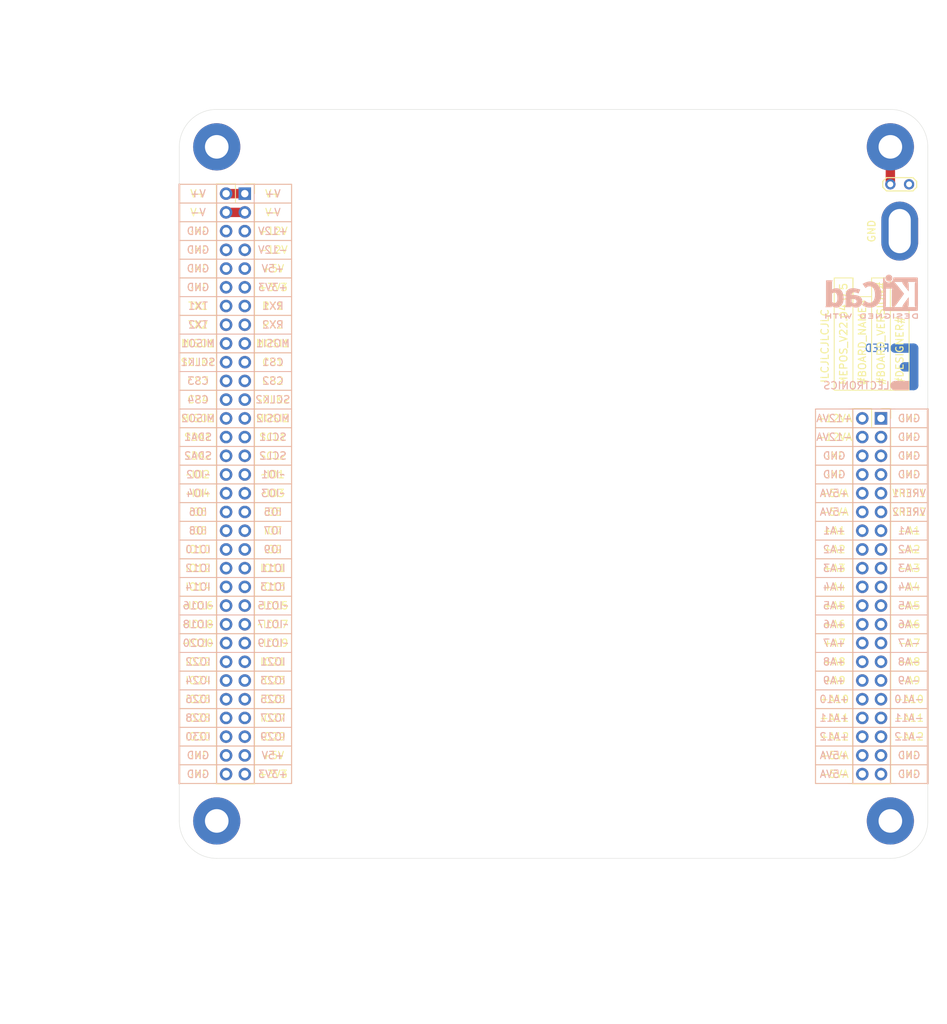
<source format=kicad_pcb>
(kicad_pcb (version 20211014) (generator pcbnew)
  (title_block (title "MEPOS Template") (date "2022-05-15") (rev "V22.04.0.5"))
  (layers (0 "F.Cu" signal) (1 "In1.Cu" power "GND1.Cu") (2 "In2.Cu" power "GND2.Cu") (31 "B.Cu" signal) (34 "B.Paste" user) (35 "F.Paste" user) (36 "B.SilkS" user "B.Silkscreen") (37 "F.SilkS" user "F.Silkscreen") (38 "B.Mask" user) (39 "F.Mask" user) (44 "Edge.Cuts" user))
  (net 0 "")
  (net 1 "GND")
  (net 2 "Net-(H204-Pad1)")
  (net 3 "GNDA")
  (net 4 "+3V3")
  (net 5 "+5V")
  (net 6 "GPIO30")
  (net 7 "GPIO29")
  (net 8 "GPIO28")
  (net 9 "GPIO27")
  (net 10 "GPIO26")
  (net 11 "GPIO25")
  (net 12 "GPIO24")
  (net 13 "GPIO23")
  (net 14 "GPIO22")
  (net 15 "GPIO21")
  (net 16 "GPIO20")
  (net 17 "GPIO19")
  (net 18 "GPIO18")
  (net 19 "GPIO17")
  (net 20 "GPIO16")
  (net 21 "GPIO15")
  (net 22 "GPIO14")
  (net 23 "GPIO13")
  (net 24 "GPIO12")
  (net 25 "GPIO11")
  (net 26 "GPIO10")
  (net 27 "GPIO9")
  (net 28 "GPIO8")
  (net 29 "GPIO7")
  (net 30 "GPIO6")
  (net 31 "GPIO5")
  (net 32 "GPIO4")
  (net 33 "GPIO3")
  (net 34 "GPIO2")
  (net 35 "GPIO1")
  (net 36 "SDA2")
  (net 37 "SCL2")
  (net 38 "SDA1")
  (net 39 "SCL1")
  (net 40 "MISO2")
  (net 41 "MOSI2")
  (net 42 "CS4")
  (net 43 "SCLK2")
  (net 44 "CS3")
  (net 45 "CS2")
  (net 46 "SCLK1")
  (net 47 "CS1")
  (net 48 "MISO1")
  (net 49 "MOSI1")
  (net 50 "TX1")
  (net 51 "RX1")
  (net 52 "-12V")
  (net 53 "+12V")
  (net 54 "V-")
  (net 55 "V+")
  (net 56 "-5VA")
  (net 57 "+5VA")
  (net 58 "+A12")
  (net 59 "-A12")
  (net 60 "+A11")
  (net 61 "-A11")
  (net 62 "+A10")
  (net 63 "-A10")
  (net 64 "+A9")
  (net 65 "-A9")
  (net 66 "+A8")
  (net 67 "-A8")
  (net 68 "+A7")
  (net 69 "-A7")
  (net 70 "+A6")
  (net 71 "-A6")
  (net 72 "+A5")
  (net 73 "-A5")
  (net 74 "+A4")
  (net 75 "-A4")
  (net 76 "+A3")
  (net 77 "-A3")
  (net 78 "+A2")
  (net 79 "-A2")
  (net 80 "+A1")
  (net 81 "-A1")
  (net 82 "VREF2")
  (net 83 "VREF1")
  (net 84 "-3V3A")
  (net 85 "+3V3A")
  (net 86 "-12VA")
  (net 87 "+12VA")
  (net 88 "TX2")
  (net 89 "RX2")
  (footprint "MEP_TEMPLATE:Scope_GND" (layer "F.Cu") (at 191.91 50.47 90)
    (fp_text reference "GND201")
    (fp_text value "Scope GND")
    (pad "1" thru_hole oval locked (at 0 0 90) (size 8 5) (drill oval 6 3) (layers *.Cu *.Mask) (net 1 "GND"))
  )
  (footprint "MountingHole:MountingHole_3.2mm_M3_Pad" (layer "F.Cu") (at 99.2 39.04)
    (fp_text reference "H201")
    (fp_text value "M3 Mount")
    (pad "1" thru_hole circle locked (at 0 0) (size 6.4 6.4) (drill 3.2) (layers *.Cu *.Mask))
  )
  (footprint "MountingHole:MountingHole_3.2mm_M3_Pad" (layer "F.Cu") (at 99.2 130.48)
    (fp_text reference "H202")
    (fp_text value "M3 Mount")
    (pad "1" thru_hole circle locked (at 0 0) (size 6.4 6.4) (drill 3.2) (layers *.Cu *.Mask))
  )
  (footprint "MountingHole:MountingHole_3.2mm_M3_Pad" (layer "F.Cu") (at 190.64 130.48)
    (fp_text reference "H203")
    (fp_text value "M3 Mount")
    (pad "1" thru_hole circle locked (at 0 0) (size 6.4 6.4) (drill 3.2) (layers *.Cu *.Mask))
  )
  (footprint "MountingHole:MountingHole_3.2mm_M3_Pad" (layer "F.Cu") (at 190.64 39.04)
    (fp_text reference "H204")
    (fp_text value "M3 Mount")
    (pad "1" thru_hole circle locked (at 0 0) (size 6.4 6.4) (drill 3.2) (layers *.Cu *.Mask) (net 2 "Net-(H204-Pad1)"))
  )
  (footprint "TestPoint:TestPoint_2Pads_Pitch2.54mm_Drill0.8mm" (layer "F.Cu") (at 190.64 44.12)
    (fp_text reference "JP201")
    (fp_text value "GND Jumper")
    (pad "1" thru_hole circle locked (at 0 0) (size 1.4 1.4) (drill 0.8) (layers *.Cu *.Mask) (net 2 "Net-(H204-Pad1)"))
    (pad "2" thru_hole circle locked (at 2.54 0) (size 1.4 1.4) (drill 0.8) (layers *.Cu *.Mask) (net 1 "GND"))
  )
  (footprint "Connector_PinSocket_2.54mm:PinSocket_2x32_P2.54mm_Vertical" (layer "F.Cu") (at 103.01 45.39)
    (fp_text reference "J201")
    (fp_text value "Conn_02x32_Odd_Even")
    (pad "1" thru_hole rect locked (at 0 0) (size 1.7 1.7) (drill 1) (layers *.Cu *.Mask) (net 55 "V+"))
    (pad "2" thru_hole oval locked (at -2.54 0) (size 1.7 1.7) (drill 1) (layers *.Cu *.Mask) (net 55 "V+"))
    (pad "3" thru_hole oval locked (at 0 2.54) (size 1.7 1.7) (drill 1) (layers *.Cu *.Mask) (net 54 "V-"))
    (pad "4" thru_hole oval locked (at -2.54 2.54) (size 1.7 1.7) (drill 1) (layers *.Cu *.Mask) (net 54 "V-"))
    (pad "5" thru_hole oval locked (at 0 5.08) (size 1.7 1.7) (drill 1) (layers *.Cu *.Mask) (net 53 "+12V"))
    (pad "6" thru_hole oval locked (at -2.54 5.08) (size 1.7 1.7) (drill 1) (layers *.Cu *.Mask) (net 1 "GND"))
    (pad "7" thru_hole oval locked (at 0 7.62) (size 1.7 1.7) (drill 1) (layers *.Cu *.Mask) (net 52 "-12V"))
    (pad "8" thru_hole oval locked (at -2.54 7.62) (size 1.7 1.7) (drill 1) (layers *.Cu *.Mask) (net 1 "GND"))
    (pad "9" thru_hole oval locked (at 0 10.16) (size 1.7 1.7) (drill 1) (layers *.Cu *.Mask) (net 5 "+5V"))
    (pad "10" thru_hole oval locked (at -2.54 10.16) (size 1.7 1.7) (drill 1) (layers *.Cu *.Mask) (net 1 "GND"))
    (pad "11" thru_hole oval locked (at 0 12.7) (size 1.7 1.7) (drill 1) (layers *.Cu *.Mask) (net 4 "+3V3"))
    (pad "12" thru_hole oval locked (at -2.54 12.7) (size 1.7 1.7) (drill 1) (layers *.Cu *.Mask) (net 1 "GND"))
    (pad "13" thru_hole oval locked (at 0 15.24) (size 1.7 1.7) (drill 1) (layers *.Cu *.Mask) (net 51 "RX1"))
    (pad "14" thru_hole oval locked (at -2.54 15.24) (size 1.7 1.7) (drill 1) (layers *.Cu *.Mask) (net 50 "TX1"))
    (pad "15" thru_hole oval locked (at 0 17.78) (size 1.7 1.7) (drill 1) (layers *.Cu *.Mask) (net 89 "RX2"))
    (pad "16" thru_hole oval locked (at -2.54 17.78) (size 1.7 1.7) (drill 1) (layers *.Cu *.Mask) (net 88 "TX2"))
    (pad "17" thru_hole oval locked (at 0 20.32) (size 1.7 1.7) (drill 1) (layers *.Cu *.Mask) (net 49 "MOSI1"))
    (pad "18" thru_hole oval locked (at -2.54 20.32) (size 1.7 1.7) (drill 1) (layers *.Cu *.Mask) (net 48 "MISO1"))
    (pad "19" thru_hole oval locked (at 0 22.86) (size 1.7 1.7) (drill 1) (layers *.Cu *.Mask) (net 47 "CS1"))
    (pad "20" thru_hole oval locked (at -2.54 22.86) (size 1.7 1.7) (drill 1) (layers *.Cu *.Mask) (net 46 "SCLK1"))
    (pad "21" thru_hole oval locked (at 0 25.4) (size 1.7 1.7) (drill 1) (layers *.Cu *.Mask) (net 45 "CS2"))
    (pad "22" thru_hole oval locked (at -2.54 25.4) (size 1.7 1.7) (drill 1) (layers *.Cu *.Mask) (net 44 "CS3"))
    (pad "23" thru_hole oval locked (at 0 27.94) (size 1.7 1.7) (drill 1) (layers *.Cu *.Mask) (net 43 "SCLK2"))
    (pad "24" thru_hole oval locked (at -2.54 27.94) (size 1.7 1.7) (drill 1) (layers *.Cu *.Mask) (net 42 "CS4"))
    (pad "25" thru_hole oval locked (at 0 30.48) (size 1.7 1.7) (drill 1) (layers *.Cu *.Mask) (net 41 "MOSI2"))
    (pad "26" thru_hole oval locked (at -2.54 30.48) (size 1.7 1.7) (drill 1) (layers *.Cu *.Mask) (net 40 "MISO2"))
    (pad "27" thru_hole oval locked (at 0 33.02) (size 1.7 1.7) (drill 1) (layers *.Cu *.Mask) (net 39 "SCL1"))
    (pad "28" thru_hole oval locked (at -2.54 33.02) (size 1.7 1.7) (drill 1) (layers *.Cu *.Mask) (net 38 "SDA1"))
    (pad "29" thru_hole oval locked (at 0 35.56) (size 1.7 1.7) (drill 1) (layers *.Cu *.Mask) (net 37 "SCL2"))
    (pad "30" thru_hole oval locked (at -2.54 35.56) (size 1.7 1.7) (drill 1) (layers *.Cu *.Mask) (net 36 "SDA2"))
    (pad "31" thru_hole oval locked (at 0 38.1) (size 1.7 1.7) (drill 1) (layers *.Cu *.Mask) (net 35 "GPIO1"))
    (pad "32" thru_hole oval locked (at -2.54 38.1) (size 1.7 1.7) (drill 1) (layers *.Cu *.Mask) (net 34 "GPIO2"))
    (pad "33" thru_hole oval locked (at 0 40.64) (size 1.7 1.7) (drill 1) (layers *.Cu *.Mask) (net 33 "GPIO3"))
    (pad "34" thru_hole oval locked (at -2.54 40.64) (size 1.7 1.7) (drill 1) (layers *.Cu *.Mask) (net 32 "GPIO4"))
    (pad "35" thru_hole oval locked (at 0 43.18) (size 1.7 1.7) (drill 1) (layers *.Cu *.Mask) (net 31 "GPIO5"))
    (pad "36" thru_hole oval locked (at -2.54 43.18) (size 1.7 1.7) (drill 1) (layers *.Cu *.Mask) (net 30 "GPIO6"))
    (pad "37" thru_hole oval locked (at 0 45.72) (size 1.7 1.7) (drill 1) (layers *.Cu *.Mask) (net 29 "GPIO7"))
    (pad "38" thru_hole oval locked (at -2.54 45.72) (size 1.7 1.7) (drill 1) (layers *.Cu *.Mask) (net 28 "GPIO8"))
    (pad "39" thru_hole oval locked (at 0 48.26) (size 1.7 1.7) (drill 1) (layers *.Cu *.Mask) (net 27 "GPIO9"))
    (pad "40" thru_hole oval locked (at -2.54 48.26) (size 1.7 1.7) (drill 1) (layers *.Cu *.Mask) (net 26 "GPIO10"))
    (pad "41" thru_hole oval locked (at 0 50.8) (size 1.7 1.7) (drill 1) (layers *.Cu *.Mask) (net 25 "GPIO11"))
    (pad "42" thru_hole oval locked (at -2.54 50.8) (size 1.7 1.7) (drill 1) (layers *.Cu *.Mask) (net 24 "GPIO12"))
    (pad "43" thru_hole oval locked (at 0 53.34) (size 1.7 1.7) (drill 1) (layers *.Cu *.Mask) (net 23 "GPIO13"))
    (pad "44" thru_hole oval locked (at -2.54 53.34) (size 1.7 1.7) (drill 1) (layers *.Cu *.Mask) (net 22 "GPIO14"))
    (pad "45" thru_hole oval locked (at 0 55.88) (size 1.7 1.7) (drill 1) (layers *.Cu *.Mask) (net 21 "GPIO15"))
    (pad "46" thru_hole oval locked (at -2.54 55.88) (size 1.7 1.7) (drill 1) (layers *.Cu *.Mask) (net 20 "GPIO16"))
    (pad "47" thru_hole oval locked (at 0 58.42) (size 1.7 1.7) (drill 1) (layers *.Cu *.Mask) (net 19 "GPIO17"))
    (pad "48" thru_hole oval locked (at -2.54 58.42) (size 1.7 1.7) (drill 1) (layers *.Cu *.Mask) (net 18 "GPIO18"))
    (pad "49" thru_hole oval locked (at 0 60.96) (size 1.7 1.7) (drill 1) (layers *.Cu *.Mask) (net 17 "GPIO19"))
    (pad "50" thru_hole oval locked (at -2.54 60.96) (size 1.7 1.7) (drill 1) (layers *.Cu *.Mask) (net 16 "GPIO20"))
    (pad "51" thru_hole oval locked (at 0 63.5) (size 1.7 1.7) (drill 1) (layers *.Cu *.Mask) (net 15 "GPIO21"))
    (pad "52" thru_hole oval locked (at -2.54 63.5) (size 1.7 1.7) (drill 1) (layers *.Cu *.Mask) (net 14 "GPIO22"))
    (pad "53" thru_hole oval locked (at 0 66.04) (size 1.7 1.7) (drill 1) (layers *.Cu *.Mask) (net 13 "GPIO23"))
    (pad "54" thru_hole oval locked (at -2.54 66.04) (size 1.7 1.7) (drill 1) (layers *.Cu *.Mask) (net 12 "GPIO24"))
    (pad "55" thru_hole oval locked (at 0 68.58) (size 1.7 1.7) (drill 1) (layers *.Cu *.Mask) (net 11 "GPIO25"))
    (pad "56" thru_hole oval locked (at -2.54 68.58) (size 1.7 1.7) (drill 1) (layers *.Cu *.Mask) (net 10 "GPIO26"))
    (pad "57" thru_hole oval locked (at 0 71.12) (size 1.7 1.7) (drill 1) (layers *.Cu *.Mask) (net 9 "GPIO27"))
    (pad "58" thru_hole oval locked (at -2.54 71.12) (size 1.7 1.7) (drill 1) (layers *.Cu *.Mask) (net 8 "GPIO28"))
    (pad "59" thru_hole oval locked (at 0 73.66) (size 1.7 1.7) (drill 1) (layers *.Cu *.Mask) (net 7 "GPIO29"))
    (pad "60" thru_hole oval locked (at -2.54 73.66) (size 1.7 1.7) (drill 1) (layers *.Cu *.Mask) (net 6 "GPIO30"))
    (pad "61" thru_hole oval locked (at 0 76.2) (size 1.7 1.7) (drill 1) (layers *.Cu *.Mask) (net 5 "+5V"))
    (pad "62" thru_hole oval locked (at -2.54 76.2) (size 1.7 1.7) (drill 1) (layers *.Cu *.Mask) (net 1 "GND"))
    (pad "63" thru_hole oval locked (at 0 78.74) (size 1.7 1.7) (drill 1) (layers *.Cu *.Mask) (net 4 "+3V3"))
    (pad "64" thru_hole oval locked (at -2.54 78.74) (size 1.7 1.7) (drill 1) (layers *.Cu *.Mask) (net 1 "GND"))
  )
  (footprint "Connector_PinSocket_2.54mm:PinSocket_2x20_P2.54mm_Vertical" (layer "F.Cu") (at 189.37 75.87)
    (fp_text reference "J202")
    (fp_text value "Conn_02x20_Odd_Even")
    (pad "1" thru_hole rect locked (at 0 0) (size 1.7 1.7) (drill 1) (layers *.Cu *.Mask) (net 1 "GND"))
    (pad "2" thru_hole oval locked (at -2.54 0) (size 1.7 1.7) (drill 1) (layers *.Cu *.Mask) (net 87 "+12VA"))
    (pad "3" thru_hole oval locked (at 0 2.54) (size 1.7 1.7) (drill 1) (layers *.Cu *.Mask) (net 1 "GND"))
    (pad "4" thru_hole oval locked (at -2.54 2.54) (size 1.7 1.7) (drill 1) (layers *.Cu *.Mask) (net 86 "-12VA"))
    (pad "5" thru_hole oval locked (at 0 5.08) (size 1.7 1.7) (drill 1) (layers *.Cu *.Mask) (net 3 "GNDA"))
    (pad "6" thru_hole oval locked (at -2.54 5.08) (size 1.7 1.7) (drill 1) (layers *.Cu *.Mask) (net 85 "+3V3A"))
    (pad "7" thru_hole oval locked (at 0 7.62) (size 1.7 1.7) (drill 1) (layers *.Cu *.Mask) (net 3 "GNDA"))
    (pad "8" thru_hole oval locked (at -2.54 7.62) (size 1.7 1.7) (drill 1) (layers *.Cu *.Mask) (net 84 "-3V3A"))
    (pad "9" thru_hole oval locked (at 0 10.16) (size 1.7 1.7) (drill 1) (layers *.Cu *.Mask) (net 83 "VREF1"))
    (pad "10" thru_hole oval locked (at -2.54 10.16) (size 1.7 1.7) (drill 1) (layers *.Cu *.Mask) (net 57 "+5VA"))
    (pad "11" thru_hole oval locked (at 0 12.7) (size 1.7 1.7) (drill 1) (layers *.Cu *.Mask) (net 82 "VREF2"))
    (pad "12" thru_hole oval locked (at -2.54 12.7) (size 1.7 1.7) (drill 1) (layers *.Cu *.Mask) (net 56 "-5VA"))
    (pad "13" thru_hole oval locked (at 0 15.24) (size 1.7 1.7) (drill 1) (layers *.Cu *.Mask) (net 81 "-A1"))
    (pad "14" thru_hole oval locked (at -2.54 15.24) (size 1.7 1.7) (drill 1) (layers *.Cu *.Mask) (net 80 "+A1"))
    (pad "15" thru_hole oval locked (at 0 17.78) (size 1.7 1.7) (drill 1) (layers *.Cu *.Mask) (net 79 "-A2"))
    (pad "16" thru_hole oval locked (at -2.54 17.78) (size 1.7 1.7) (drill 1) (layers *.Cu *.Mask) (net 78 "+A2"))
    (pad "17" thru_hole oval locked (at 0 20.32) (size 1.7 1.7) (drill 1) (layers *.Cu *.Mask) (net 77 "-A3"))
    (pad "18" thru_hole oval locked (at -2.54 20.32) (size 1.7 1.7) (drill 1) (layers *.Cu *.Mask) (net 76 "+A3"))
    (pad "19" thru_hole oval locked (at 0 22.86) (size 1.7 1.7) (drill 1) (layers *.Cu *.Mask) (net 75 "-A4"))
    (pad "20" thru_hole oval locked (at -2.54 22.86) (size 1.7 1.7) (drill 1) (layers *.Cu *.Mask) (net 74 "+A4"))
    (pad "21" thru_hole oval locked (at 0 25.4) (size 1.7 1.7) (drill 1) (layers *.Cu *.Mask) (net 73 "-A5"))
    (pad "22" thru_hole oval locked (at -2.54 25.4) (size 1.7 1.7) (drill 1) (layers *.Cu *.Mask) (net 72 "+A5"))
    (pad "23" thru_hole oval locked (at 0 27.94) (size 1.7 1.7) (drill 1) (layers *.Cu *.Mask) (net 71 "-A6"))
    (pad "24" thru_hole oval locked (at -2.54 27.94) (size 1.7 1.7) (drill 1) (layers *.Cu *.Mask) (net 70 "+A6"))
    (pad "25" thru_hole oval locked (at 0 30.48) (size 1.7 1.7) (drill 1) (layers *.Cu *.Mask) (net 69 "-A7"))
    (pad "26" thru_hole oval locked (at -2.54 30.48) (size 1.7 1.7) (drill 1) (layers *.Cu *.Mask) (net 68 "+A7"))
    (pad "27" thru_hole oval locked (at 0 33.02) (size 1.7 1.7) (drill 1) (layers *.Cu *.Mask) (net 67 "-A8"))
    (pad "28" thru_hole oval locked (at -2.54 33.02) (size 1.7 1.7) (drill 1) (layers *.Cu *.Mask) (net 66 "+A8"))
    (pad "29" thru_hole oval locked (at 0 35.56) (size 1.7 1.7) (drill 1) (layers *.Cu *.Mask) (net 65 "-A9"))
    (pad "30" thru_hole oval locked (at -2.54 35.56) (size 1.7 1.7) (drill 1) (layers *.Cu *.Mask) (net 64 "+A9"))
    (pad "31" thru_hole oval locked (at 0 38.1) (size 1.7 1.7) (drill 1) (layers *.Cu *.Mask) (net 63 "-A10"))
    (pad "32" thru_hole oval locked (at -2.54 38.1) (size 1.7 1.7) (drill 1) (layers *.Cu *.Mask) (net 62 "+A10"))
    (pad "33" thru_hole oval locked (at 0 40.64) (size 1.7 1.7) (drill 1) (layers *.Cu *.Mask) (net 61 "-A11"))
    (pad "34" thru_hole oval locked (at -2.54 40.64) (size 1.7 1.7) (drill 1) (layers *.Cu *.Mask) (net 60 "+A11"))
    (pad "35" thru_hole oval locked (at 0 43.18) (size 1.7 1.7) (drill 1) (layers *.Cu *.Mask) (net 59 "-A12"))
    (pad "36" thru_hole oval locked (at -2.54 43.18) (size 1.7 1.7) (drill 1) (layers *.Cu *.Mask) (net 58 "+A12"))
    (pad "37" thru_hole oval locked (at 0 45.72) (size 1.7 1.7) (drill 1) (layers *.Cu *.Mask) (net 3 "GNDA"))
    (pad "38" thru_hole oval locked (at -2.54 45.72) (size 1.7 1.7) (drill 1) (layers *.Cu *.Mask) (net 57 "+5VA"))
    (pad "39" thru_hole oval locked (at 0 48.26) (size 1.7 1.7) (drill 1) (layers *.Cu *.Mask) (net 3 "GNDA"))
    (pad "40" thru_hole oval locked (at -2.54 48.26) (size 1.7 1.7) (drill 1) (layers *.Cu *.Mask) (net 56 "-5VA"))
  )
  (footprint "Symbol:KiCad-Logo2_5mm_SilkScreen" (layer "B.Cu") (at 188.1 59.36 180)
    (fp_text reference "KiCad_Logo" hide)
    (fp_text value "KiCad-Logo2_5mm_SilkScreen" hide)
  )
  (gr_poly locked (pts (xy 194.45 66.345) (xy 194.45 71.425) (xy 193.815 72.06) (xy 193.18 72.06) (xy 193.18 69.52) (xy 192.545 69.52) (xy 192.545 68.25) (xy 193.18 68.25) (xy 193.18 66.98) (xy 191.275 66.98) (xy 191.275 65.71) (xy 193.815 65.71)) (layer "B.Cu") (width 0.001) (fill solid))
  (gr_circle locked (center 193.815 71.425) (end 194.45 71.425) (layer "B.Cu") (width 0.001) (fill solid))
  (gr_circle locked (center 193.815 66.345) (end 194.45 66.345) (layer "B.Cu") (width 0.001) (fill solid))
  (gr_circle locked (center 192.545 68.885) (end 193.18 68.885) (layer "B.Cu") (width 0.001) (fill solid))
  (gr_circle locked (center 191.275 66.345) (end 191.91 66.345) (layer "B.Cu") (width 0.001) (fill solid))
  (gr_line locked (start 180.48 77.14) (end 195.72 77.14) (layer "B.SilkS") (width 0.12))
  (gr_line locked (start 195.72 84.76) (end 180.48 84.76) (layer "B.SilkS") (width 0.12))
  (gr_line locked (start 180.48 82.22) (end 195.72 82.22) (layer "B.SilkS") (width 0.12))
  (gr_line locked (start 180.48 89.84) (end 195.72 89.84) (layer "B.SilkS") (width 0.12))
  (gr_line locked (start 180.48 87.3) (end 195.72 87.3) (layer "B.SilkS") (width 0.12))
  (gr_line locked (start 195.72 110.16) (end 180.48 110.16) (layer "B.SilkS") (width 0.12))
  (gr_line locked (start 180.48 125.4) (end 195.72 125.4) (layer "B.SilkS") (width 0.12))
  (gr_line locked (start 191.275 74.6) (end 184.925 74.6) (layer "B.SilkS") (width 0.12))
  (gr_line locked (start 195.72 92.38) (end 180.48 92.38) (layer "B.SilkS") (width 0.12))
  (gr_line locked (start 195.72 79.68) (end 180.48 79.68) (layer "B.SilkS") (width 0.12))
  (gr_line locked (start 180.48 74.6) (end 180.48 125.4) (layer "B.SilkS") (width 0.12))
  (gr_line locked (start 180.48 115.24) (end 195.72 115.24) (layer "B.SilkS") (width 0.12))
  (gr_line locked (start 195.72 117.78) (end 180.48 117.78) (layer "B.SilkS") (width 0.12))
  (gr_line locked (start 180.48 107.62) (end 195.72 107.62) (layer "B.SilkS") (width 0.12))
  (gr_line locked (start 195.72 97.46) (end 180.48 97.46) (layer "B.SilkS") (width 0.12))
  (gr_line locked (start 180.48 100) (end 195.72 100) (layer "B.SilkS") (width 0.12))
  (gr_line locked (start 195.72 122.86) (end 180.48 122.86) (layer "B.SilkS") (width 0.12))
  (gr_line locked (start 180.48 120.32) (end 195.72 120.32) (layer "B.SilkS") (width 0.12))
  (gr_line locked (start 195.72 102.54) (end 180.48 102.54) (layer "B.SilkS") (width 0.12))
  (gr_line locked (start 195.72 112.7) (end 180.48 112.7) (layer "B.SilkS") (width 0.12))
  (gr_line locked (start 195.72 74.6) (end 180.48 74.6) (layer "B.SilkS") (width 0.12))
  (gr_line locked (start 195.72 125.4) (end 195.72 74.6) (layer "B.SilkS") (width 0.24))
  (gr_line locked (start 180.48 105.08) (end 195.72 105.08) (layer "B.SilkS") (width 0.12))
  (gr_line locked (start 180.48 94.92) (end 195.72 94.92) (layer "B.SilkS") (width 0.12))
  (gr_line locked (start 94.12 97.46) (end 109.36 97.46) (layer "B.SilkS") (width 0.12))
  (gr_line locked (start 94.12 105.08) (end 109.36 105.08) (layer "B.SilkS") (width 0.12))
  (gr_line locked (start 94.12 115.24) (end 109.36 115.24) (layer "B.SilkS") (width 0.12))
  (gr_line locked (start 94.12 49.2) (end 109.36 49.2) (layer "B.SilkS") (width 0.12))
  (gr_line locked (start 94.12 64.44) (end 109.36 64.44) (layer "B.SilkS") (width 0.12))
  (gr_line locked (start 109.36 72.06) (end 94.12 72.06) (layer "B.SilkS") (width 0.12))
  (gr_line locked (start 109.36 102.54) (end 94.12 102.54) (layer "B.SilkS") (width 0.12))
  (gr_line locked (start 94.12 87.3) (end 109.36 87.3) (layer "B.SilkS") (width 0.12))
  (gr_line locked (start 109.36 120.32) (end 94.12 120.32) (layer "B.SilkS") (width 0.12))
  (gr_line locked (start 94.12 82.22) (end 109.36 82.22) (layer "B.SilkS") (width 0.12))
  (gr_line locked (start 109.36 59.36) (end 94.12 59.36) (layer "B.SilkS") (width 0.12))
  (gr_line locked (start 109.36 44.12) (end 94.12 44.12) (layer "B.SilkS") (width 0.12))
  (gr_line locked (start 94.12 69.52) (end 109.36 69.52) (layer "B.SilkS") (width 0.12))
  (gr_line locked (start 109.36 94.92) (end 94.12 94.92) (layer "B.SilkS") (width 0.12))
  (gr_line locked (start 94.12 61.9) (end 109.36 61.9) (layer "B.SilkS") (width 0.12))
  (gr_line locked (start 109.36 107.62) (end 94.12 107.62) (layer "B.SilkS") (width 0.12))
  (gr_line locked (start 109.36 46.66) (end 94.12 46.66) (layer "B.SilkS") (width 0.12))
  (gr_line locked (start 94.12 110.16) (end 109.36 110.16) (layer "B.SilkS") (width 0.12))
  (gr_line locked (start 94.12 56.82) (end 109.36 56.82) (layer "B.SilkS") (width 0.12))
  (gr_line locked (start 94.12 79.68) (end 109.36 79.68) (layer "B.SilkS") (width 0.12))
  (gr_line locked (start 109.36 77.14) (end 94.12 77.14) (layer "B.SilkS") (width 0.12))
  (gr_line locked (start 94.12 74.6) (end 109.36 74.6) (layer "B.SilkS") (width 0.12))
  (gr_line locked (start 109.36 125.4) (end 94.12 125.4) (layer "B.SilkS") (width 0.12))
  (gr_line locked (start 94.12 92.38) (end 109.36 92.38) (layer "B.SilkS") (width 0.12))
  (gr_line locked (start 94.12 44.12) (end 94.12 125.4) (layer "B.SilkS") (width 0.24))
  (gr_line locked (start 94.12 100) (end 109.36 100) (layer "B.SilkS") (width 0.12))
  (gr_line locked (start 94.12 122.86) (end 109.36 122.86) (layer "B.SilkS") (width 0.12))
  (gr_line locked (start 109.36 89.84) (end 94.12 89.84) (layer "B.SilkS") (width 0.12))
  (gr_line locked (start 94.12 51.74) (end 109.36 51.74) (layer "B.SilkS") (width 0.12))
  (gr_line locked (start 109.36 112.7) (end 94.12 112.7) (layer "B.SilkS") (width 0.12))
  (gr_line locked (start 109.36 66.98) (end 94.12 66.98) (layer "B.SilkS") (width 0.12))
  (gr_line locked (start 109.36 54.28) (end 94.12 54.28) (layer "B.SilkS") (width 0.12))
  (gr_line locked (start 109.36 125.4) (end 109.36 44.12) (layer "B.SilkS") (width 0.12))
  (gr_line locked (start 109.36 84.76) (end 94.12 84.76) (layer "B.SilkS") (width 0.12))
  (gr_line locked (start 94.12 117.78) (end 109.36 117.78) (layer "B.SilkS") (width 0.12))
  (gr_line locked (start 99.2 125.4) (end 99.2 44.12) (layer "B.SilkS") (width 0.12))
  (gr_line locked (start 104.28 44.12) (end 104.28 125.4) (layer "B.SilkS") (width 0.12))
  (gr_line locked (start 190.64 125.4) (end 190.64 74.6) (layer "B.SilkS") (width 0.12))
  (gr_line locked (start 190.64 74.6) (end 185.56 74.6) (layer "B.SilkS") (width 0.12))
  (gr_circle locked (center 191.275 71.425) (end 191.91 71.425) (layer "B.SilkS") (width 0.001) (fill solid))
  (gr_line locked (start 185.56 74.6) (end 185.56 125.4) (layer "B.SilkS") (width 0.12))
  (gr_poly locked (pts (xy 193.18 72.06) (xy 191.275 72.06) (xy 191.275 70.79) (xy 193.18 70.79)) (layer "B.SilkS") (width 0.001) (fill solid))
  (gr_line locked (start 180.48 125.4) (end 180.48 74.6) (layer "F.SilkS") (width 0.12))
  (gr_line locked (start 94.12 107.62) (end 109.36 107.62) (layer "F.SilkS") (width 0.12))
  (gr_line locked (start 109.36 115.24) (end 94.12 115.24) (layer "F.SilkS") (width 0.12))
  (gr_line locked (start 94.12 117.78) (end 109.36 117.78) (layer "F.SilkS") (width 0.12))
  (gr_line locked (start 94.12 112.7) (end 109.36 112.7) (layer "F.SilkS") (width 0.12))
  (gr_line locked (start 94.12 105.08) (end 109.36 105.08) (layer "F.SilkS") (width 0.12))
  (gr_line locked (start 109.36 110.16) (end 94.12 110.16) (layer "F.SilkS") (width 0.12))
  (gr_line locked (start 109.36 102.54) (end 94.12 102.54) (layer "F.SilkS") (width 0.12))
  (gr_line locked (start 94.12 125.4) (end 94.12 44.12) (layer "F.SilkS") (width 0.24))
  (gr_line locked (start 109.36 44.12) (end 94.12 44.12) (layer "F.SilkS") (width 0.12))
  (gr_line locked (start 109.36 125.4) (end 94.12 125.4) (layer "F.SilkS") (width 0.12))
  (gr_line locked (start 180.48 74.6) (end 195.72 74.6) (layer "F.SilkS") (width 0.12))
  (gr_line locked (start 190.64 56.82) (end 188.1 56.82) (layer "F.SilkS") (width 0.12))
  (gr_line locked (start 185.56 59.36) (end 185.56 56.82) (layer "F.SilkS") (width 0.12))
  (gr_line locked (start 183.02 56.82) (end 185.56 56.82) (layer "F.SilkS") (width 0.12))
  (gr_line locked (start 109.36 74.6) (end 94.12 74.6) (layer "F.SilkS") (width 0.12))
  (gr_line locked (start 180.48 105.08) (end 195.72 105.08) (layer "F.SilkS") (width 0.12))
  (gr_line locked (start 195.72 107.62) (end 180.48 107.62) (layer "F.SilkS") (width 0.12))
  (gr_line locked (start 188.1 72.06) (end 188.1 56.82) (layer "F.SilkS") (width 0.12))
  (gr_line locked (start 195.72 74.6) (end 195.72 125.4) (layer "F.SilkS") (width 0.24))
  (gr_line locked (start 180.48 122.86) (end 195.72 122.86) (layer "F.SilkS") (width 0.12))
  (gr_line locked (start 109.36 44.12) (end 109.36 125.4) (layer "F.SilkS") (width 0.12))
  (gr_line locked (start 94.12 87.3) (end 109.36 87.3) (layer "F.SilkS") (width 0.12))
  (gr_line locked (start 180.48 79.68) (end 195.72 79.68) (layer "F.SilkS") (width 0.12))
  (gr_line locked (start 195.72 102.54) (end 180.48 102.54) (layer "F.SilkS") (width 0.12))
  (gr_line locked (start 109.36 122.86) (end 94.12 122.86) (layer "F.SilkS") (width 0.12))
  (gr_line locked (start 109.36 49.2) (end 94.12 49.2) (layer "F.SilkS") (width 0.12))
  (gr_line locked (start 183.02 72.06) (end 183.02 56.82) (layer "F.SilkS") (width 0.12))
  (gr_line locked (start 94.12 94.92) (end 109.36 94.92) (layer "F.SilkS") (width 0.12))
  (gr_line locked (start 94.12 120.32) (end 109.36 120.32) (layer "F.SilkS") (width 0.12))
  (gr_line locked (start 195.72 89.84) (end 180.48 89.84) (layer "F.SilkS") (width 0.12))
  (gr_line locked (start 193.18 72.06) (end 193.18 61.265) (layer "F.SilkS") (width 0.12))
  (gr_line locked (start 109.36 84.76) (end 94.12 84.76) (layer "F.SilkS") (width 0.12))
  (gr_line locked (start 180.48 117.78) (end 195.72 117.78) (layer "F.SilkS") (width 0.12))
  (gr_line locked (start 94.12 64.44) (end 109.36 64.44) (layer "F.SilkS") (width 0.12))
  (gr_line locked (start 94.12 89.84) (end 109.36 89.84) (layer "F.SilkS") (width 0.12))
  (gr_line locked (start 180.48 112.7) (end 195.72 112.7) (layer "F.SilkS") (width 0.12))
  (gr_line locked (start 180.48 100) (end 195.72 100) (layer "F.SilkS") (width 0.12))
  (gr_line locked (start 94.12 46.66) (end 109.36 46.66) (layer "F.SilkS") (width 0.12))
  (gr_line locked (start 109.36 66.98) (end 94.12 66.98) (layer "F.SilkS") (width 0.12))
  (gr_line locked (start 109.36 56.82) (end 94.12 56.82) (layer "F.SilkS") (width 0.12))
  (gr_line locked (start 180.48 110.16) (end 195.72 110.16) (layer "F.SilkS") (width 0.12))
  (gr_line locked (start 94.12 72.06) (end 109.36 72.06) (layer "F.SilkS") (width 0.12))
  (gr_line locked (start 188.1 59.36) (end 185.56 59.36) (layer "F.SilkS") (width 0.12))
  (gr_line locked (start 94.12 59.36) (end 109.36 59.36) (layer "F.SilkS") (width 0.12))
  (gr_line locked (start 94.12 69.52) (end 109.36 69.52) (layer "F.SilkS") (width 0.12))
  (gr_line locked (start 195.72 120.32) (end 180.48 120.32) (layer "F.SilkS") (width 0.12))
  (gr_line locked (start 195.72 115.24) (end 180.48 115.24) (layer "F.SilkS") (width 0.12))
  (gr_line locked (start 195.72 87.3) (end 180.48 87.3) (layer "F.SilkS") (width 0.12))
  (gr_line locked (start 94.12 51.74) (end 109.36 51.74) (layer "F.SilkS") (width 0.12))
  (gr_line locked (start 195.72 82.22) (end 180.48 82.22) (layer "F.SilkS") (width 0.12))
  (gr_line locked (start 193.18 72.06) (end 183.02 72.06) (layer "F.SilkS") (width 0.12))
  (gr_line locked (start 109.36 61.9) (end 94.12 61.9) (layer "F.SilkS") (width 0.12))
  (gr_line locked (start 195.72 77.14) (end 180.48 77.14) (layer "F.SilkS") (width 0.12))
  (gr_line locked (start 94.12 82.22) (end 109.36 82.22) (layer "F.SilkS") (width 0.12))
  (gr_line locked (start 191.275 125.4) (end 184.925 125.4) (layer "F.SilkS") (width 0.12))
  (gr_line locked (start 180.48 84.76) (end 195.72 84.76) (layer "F.SilkS") (width 0.12))
  (gr_line locked (start 109.36 92.38) (end 94.12 92.38) (layer "F.SilkS") (width 0.12))
  (gr_line locked (start 109.36 97.46) (end 94.12 97.46) (layer "F.SilkS") (width 0.12))
  (gr_line locked (start 190.64 56.82) (end 190.64 72.06) (layer "F.SilkS") (width 0.12))
  (gr_line locked (start 195.72 97.46) (end 180.48 97.46) (layer "F.SilkS") (width 0.12))
  (gr_line locked (start 94.12 100) (end 109.36 100) (layer "F.SilkS") (width 0.12))
  (gr_line locked (start 185.56 72.06) (end 185.56 56.82) (layer "F.SilkS") (width 0.12))
  (gr_line locked (start 109.36 79.68) (end 94.12 79.68) (layer "F.SilkS") (width 0.12))
  (gr_line locked (start 180.48 92.38) (end 195.72 92.38) (layer "F.SilkS") (width 0.12))
  (gr_line locked (start 94.12 54.28) (end 109.36 54.28) (layer "F.SilkS") (width 0.12))
  (gr_line locked (start 193.18 61.265) (end 190.64 61.265) (layer "F.SilkS") (width 0.12))
  (gr_line locked (start 195.72 125.4) (end 180.48 125.4) (layer "F.SilkS") (width 0.12))
  (gr_line locked (start 94.12 77.14) (end 109.36 77.14) (layer "F.SilkS") (width 0.12))
  (gr_line locked (start 180.48 94.92) (end 195.72 94.92) (layer "F.SilkS") (width 0.12))
  (gr_line locked (start 195.72 39.04) (end 195.72 130.48) (layer "Edge.Cuts") (width 0.05))
  (gr_arc locked (start 195.72 130.48) (mid 194.232102 134.072102) (end 190.64 135.56) (layer "Edge.Cuts") (width 0.05))
  (gr_arc locked (start 99.2 135.56) (mid 95.607898 134.072102) (end 94.12 130.48) (layer "Edge.Cuts") (width 0.05))
  (gr_line locked (start 99.2 33.96) (end 190.64 33.96) (layer "Edge.Cuts") (width 0.05))
  (gr_line locked (start 94.12 130.48) (end 94.12 39.04) (layer "Edge.Cuts") (width 0.05))
  (gr_arc locked (start 190.64 33.96) (mid 194.232102 35.447898) (end 195.72 39.04) (layer "Edge.Cuts") (width 0.05))
  (gr_arc locked (start 94.12 39.04) (mid 95.607898 35.447898) (end 99.2 33.96) (layer "Edge.Cuts") (width 0.05))
  (gr_line locked (start 190.64 135.56) (end 99.2 135.56) (layer "Edge.Cuts") (width 0.05))
  (gr_text "RIED" (at 190.64 66.345) (layer "B.Cu") (effects (font (size 1 1)) (justify left mirror)))
  (gr_text "GND" (at 193.18 124.13) (layer "B.SilkS") (effects (font (size 1 1)) (justify mirror)))
  (gr_text "-5VA" (at 183.02 124.13) (layer "B.SilkS") (effects (font (size 1 1)) (justify mirror)))
  (gr_text "GND" (at 193.18 121.59) (layer "B.SilkS") (effects (font (size 1 1)) (justify mirror)))
  (gr_text "+5VA" (at 183.02 121.59) (layer "B.SilkS") (effects (font (size 1 1)) (justify mirror)))
  (gr_text "+12VA" (at 183.02 75.87) (layer "B.SilkS") (effects (font (size 1 1)) (justify mirror)))
  (gr_text "VREF2" (at 193.18 88.57) (layer "B.SilkS") (effects (font (size 1 1)) (justify mirror)))
  (gr_text "+A3" (at 183.02 96.19) (layer "B.SilkS") (effects (font (size 1 1)) (justify mirror)))
  (gr_text "GND" (at 193.18 78.41) (layer "B.SilkS") (effects (font (size 1 1)) (justify mirror)))
  (gr_text "-A8" (at 193.18 108.89) (layer "B.SilkS") (effects (font (size 1 1)) (justify mirror)))
  (gr_text "-A4" (at 193.18 98.73) (layer "B.SilkS") (effects (font (size 1 1)) (justify mirror)))
  (gr_text "+A7" (at 183.02 106.35) (layer "B.SilkS") (effects (font (size 1 1)) (justify mirror)))
  (gr_text "VREF1" (at 193.18 86.03) (layer "B.SilkS") (effects (font (size 1 1)) (justify mirror)))
  (gr_text "+A12" (at 183.02 119.05) (layer "B.SilkS") (effects (font (size 1 1)) (justify mirror)))
  (gr_text "-A9" (at 193.18 111.43) (layer "B.SilkS") (effects (font (size 1 1)) (justify mirror)))
  (gr_text "-A10" (at 193.18 113.97) (layer "B.SilkS") (effects (font (size 1 1)) (justify mirror)))
  (gr_text "+5VA" (at 183.02 86.03) (layer "B.SilkS") (effects (font (size 1 1)) (justify mirror)))
  (gr_text "-A7" (at 193.18 106.35) (layer "B.SilkS") (effects (font (size 1 1)) (justify mirror)))
  (gr_text "+A2" (at 183.02 93.65) (layer "B.SilkS") (effects (font (size 1 1)) (justify mirror)))
  (gr_text "+A8" (at 183.02 108.89) (layer "B.SilkS") (effects (font (size 1 1)) (justify mirror)))
  (gr_text "-5VA" (at 183.02 88.57) (layer "B.SilkS") (effects (font (size 1 1)) (justify mirror)))
  (gr_text "-A2" (at 193.18 93.65) (layer "B.SilkS") (effects (font (size 1 1)) (justify mirror)))
  (gr_text "GND" (at 193.18 80.95) (layer "B.SilkS") (effects (font (size 1 1)) (justify mirror)))
  (gr_text "+A11" (at 183.02 116.51) (layer "B.SilkS") (effects (font (size 1 1)) (justify mirror)))
  (gr_text "GND" (at 193.18 75.87) (layer "B.SilkS") (effects (font (size 1 1)) (justify mirror)))
  (gr_text "+A9" (at 183.02 111.43) (layer "B.SilkS") (effects (font (size 1 1)) (justify mirror)))
  (gr_text "-A12" (at 193.18 119.05) (layer "B.SilkS") (effects (font (size 1 1)) (justify mirror)))
  (gr_text "+A6" (at 183.02 103.81) (layer "B.SilkS") (effects (font (size 1 1)) (justify mirror)))
  (gr_text "+A1" (at 183.02 91.11) (layer "B.SilkS") (effects (font (size 1 1)) (justify mirror)))
  (gr_text "-12VA" (at 183.02 78.41) (layer "B.SilkS") (effects (font (size 1 1)) (justify mirror)))
  (gr_text "-A11" (at 193.18 116.51) (layer "B.SilkS") (effects (font (size 1 1)) (justify mirror)))
  (gr_text "-A1" (at 193.18 91.11) (layer "B.SilkS") (effects (font (size 1 1)) (justify mirror)))
  (gr_text "GND" (at 193.18 83.49) (layer "B.SilkS") (effects (font (size 1 1)) (justify mirror)))
  (gr_text "-A3" (at 193.18 96.19) (layer "B.SilkS") (effects (font (size 1 1)) (justify mirror)))
  (gr_text "+A4" (at 183.02 98.73) (layer "B.SilkS") (effects (font (size 1 1)) (justify mirror)))
  (gr_text "-A5" (at 193.18 101.27) (layer "B.SilkS") (effects (font (size 1 1)) (justify mirror)))
  (gr_text "+A10" (at 183.02 113.97) (layer "B.SilkS") (effects (font (size 1 1)) (justify mirror)))
  (gr_text "-A6" (at 193.18 103.81) (layer "B.SilkS") (effects (font (size 1 1)) (justify mirror)))
  (gr_text "+A5" (at 183.02 101.27) (layer "B.SilkS") (effects (font (size 1 1)) (justify mirror)))
  (gr_text "IO24" (at 96.66 111.43) (layer "B.SilkS") (effects (font (size 1 1)) (justify mirror)))
  (gr_text "~IO20" (at 96.66 106.35) (layer "B.SilkS") (effects (font (size 1 1)) (justify mirror)))
  (gr_text "V+" (at 106.82 45.39) (layer "B.SilkS") (effects (font (size 1 1)) (justify mirror)))
  (gr_text "GND" (at 96.66 124.13) (layer "B.SilkS") (effects (font (size 1 1)) (justify mirror)))
  (gr_text "IO28" (at 96.66 116.51) (layer "B.SilkS") (effects (font (size 1 1)) (justify mirror)))
  (gr_text "GND" (at 96.66 121.59) (layer "B.SilkS") (effects (font (size 1 1)) (justify mirror)))
  (gr_text "IO26" (at 96.66 113.97) (layer "B.SilkS") (effects (font (size 1 1)) (justify mirror)))
  (gr_text "IO25" (at 106.82 113.97) (layer "B.SilkS") (effects (font (size 1 1)) (justify mirror)))
  (gr_text "IO22" (at 96.66 108.89) (layer "B.SilkS") (effects (font (size 1 1)) (justify mirror)))
  (gr_text "+3V3" (at 106.82 124.13) (layer "B.SilkS") (effects (font (size 1 1)) (justify mirror)))
  (gr_text "V+" (at 96.66 45.39) (layer "B.SilkS") (effects (font (size 1 1)) (justify mirror)))
  (gr_text "~IO4" (at 96.66 86.03) (layer "B.SilkS") (effects (font (size 1 1)) (justify mirror)))
  (gr_text "~IO16" (at 96.66 101.27) (layer "B.SilkS") (effects (font (size 1 1)) (justify mirror)))
  (gr_text "IO23" (at 106.82 111.43) (layer "B.SilkS") (effects (font (size 1 1)) (justify mirror)))
  (gr_text "IO6" (at 96.66 88.57) (layer "B.SilkS") (effects (font (size 1 1)) (justify mirror)))
  (gr_text "GND" (at 96.66 50.47) (layer "B.SilkS") (effects (font (size 1 1)) (justify mirror)))
  (gr_text "TX2" (at 96.66 63.17) (layer "B.SilkS") (effects (font (size 1 1)) (justify mirror)))
  (gr_text "IO14" (at 96.66 98.73) (layer "B.SilkS") (effects (font (size 1 1)) (justify mirror)))
  (gr_text "IO10" (at 96.66 93.65) (layer "B.SilkS") (effects (font (size 1 1)) (justify mirror)))
  (gr_text "GND" (at 96.66 53.01) (layer "B.SilkS") (effects (font (size 1 1)) (justify mirror)))
  (gr_text "CS4" (at 96.66 73.33) (layer "B.SilkS") (effects (font (size 1 1)) (justify mirror)))
  (gr_text "SDA1" (at 96.66 78.41) (layer "B.SilkS") (effects (font (size 1 1)) (justify mirror)))
  (gr_text "IO29" (at 106.82 119.05) (layer "B.SilkS") (effects (font (size 1 1)) (justify mirror)))
  (gr_text "+5V" (at 106.82 121.59) (layer "B.SilkS") (effects (font (size 1 1)) (justify mirror)))
  (gr_text "MISO2" (at 96.66 75.87) (layer "B.SilkS") (effects (font (size 1 1)) (justify mirror)))
  (gr_text "IO27" (at 106.82 116.51) (layer "B.SilkS") (effects (font (size 1 1)) (justify mirror)))
  (gr_text "MISO1" (at 96.66 65.71) (layer "B.SilkS") (effects (font (size 1 1)) (justify mirror)))
  (gr_text "IO8" (at 96.66 91.11) (layer "B.SilkS") (effects (font (size 1 1)) (justify mirror)))
  (gr_text "TX1" (at 96.66 60.63) (layer "B.SilkS") (effects (font (size 1 1)) (justify mirror)))
  (gr_text "V-" (at 96.66 47.93) (layer "B.SilkS") (effects (font (size 1 1)) (justify mirror)))
  (gr_text "IO12" (at 96.66 96.19) (layer "B.SilkS") (effects (font (size 1 1)) (justify mirror)))
  (gr_text "GND" (at 96.66 58.09) (layer "B.SilkS") (effects (font (size 1 1)) (justify mirror)))
  (gr_text "~IO18" (at 96.66 103.81) (layer "B.SilkS") (effects (font (size 1 1)) (justify mirror)))
  (gr_text "IO21" (at 106.82 108.89) (layer "B.SilkS") (effects (font (size 1 1)) (justify mirror)))
  (gr_text "GND" (at 96.66 55.55) (layer "B.SilkS") (effects (font (size 1 1)) (justify mirror)))
  (gr_text "~IO2" (at 96.66 83.49) (layer "B.SilkS") (effects (font (size 1 1)) (justify mirror)))
  (gr_text "CS3" (at 96.66 70.79) (layer "B.SilkS") (effects (font (size 1 1)) (justify mirror)))
  (gr_text "SCLK1" (at 96.66 68.25) (layer "B.SilkS") (effects (font (size 1 1)) (justify mirror)))
  (gr_text "SDA2" (at 96.66 80.95) (layer "B.SilkS") (effects (font (size 1 1)) (justify mirror)))
  (gr_text "~IO15" (at 106.82 101.27) (layer "B.SilkS") (effects (font (size 1 1)) (justify mirror)))
  (gr_text "RX2" (at 106.82 63.17) (layer "B.SilkS") (effects (font (size 1 1)) (justify mirror)))
  (gr_text "IO30" (at 96.66 119.05) (layer "B.SilkS") (effects (font (size 1 1)) (justify mirror)))
  (gr_text "+3V3" (at 106.82 58.09) (layer "B.SilkS") (effects (font (size 1 1)) (justify mirror)))
  (gr_text "SCL1" (at 106.82 78.41) (layer "B.SilkS") (effects (font (size 1 1)) (justify mirror)))
  (gr_text "~IO3" (at 106.82 86.03) (layer "B.SilkS") (effects (font (size 1 1)) (justify mirror)))
  (gr_text "IO5" (at 106.82 88.57) (layer "B.SilkS") (effects (font (size 1 1)) (justify mirror)))
  (gr_text "~IO19" (at 106.82 106.35) (layer "B.SilkS") (effects (font (size 1 1)) (justify mirror)))
  (gr_text "+5V" (at 106.82 55.55) (layer "B.SilkS") (effects (font (size 1 1)) (justify mirror)))
  (gr_text "IO13" (at 106.82 98.73) (layer "B.SilkS") (effects (font (size 1 1)) (justify mirror)))
  (gr_text "+12V" (at 106.82 50.47) (layer "B.SilkS") (effects (font (size 1 1)) (justify mirror)))
  (gr_text "V-" (at 106.82 47.93) (layer "B.SilkS") (effects (font (size 1 1)) (justify mirror)))
  (gr_text "CS1" (at 106.82 68.25) (layer "B.SilkS") (effects (font (size 1 1)) (justify mirror)))
  (gr_text "IO7" (at 106.82 91.11) (layer "B.SilkS") (effects (font (size 1 1)) (justify mirror)))
  (gr_text "CS2" (at 106.82 70.79) (layer "B.SilkS") (effects (font (size 1 1)) (justify mirror)))
  (gr_text "RX1" (at 106.82 60.63) (layer "B.SilkS") (effects (font (size 1 1)) (justify mirror)))
  (gr_text "SCL2" (at 106.82 80.95) (layer "B.SilkS") (effects (font (size 1 1)) (justify mirror)))
  (gr_text "SCLK2" (at 106.82 73.33) (layer "B.SilkS") (effects (font (size 1 1)) (justify mirror)))
  (gr_text "MOSI2" (at 106.82 75.87) (layer "B.SilkS") (effects (font (size 1 1)) (justify mirror)))
  (gr_text "-12V" (at 106.82 53.01) (layer "B.SilkS") (effects (font (size 1 1)) (justify mirror)))
  (gr_text "IO11" (at 106.82 96.19) (layer "B.SilkS") (effects (font (size 1 1)) (justify mirror)))
  (gr_text "IO9" (at 106.82 93.65) (layer "B.SilkS") (effects (font (size 1 1)) (justify mirror)))
  (gr_text "~IO17" (at 106.82 103.81) (layer "B.SilkS") (effects (font (size 1 1)) (justify mirror)))
  (gr_text "~IO1" (at 106.82 83.49) (layer "B.SilkS") (effects (font (size 1 1)) (justify mirror)))
  (gr_text "MOSI1" (at 106.82 65.71) (layer "B.SilkS") (effects (font (size 1 1)) (justify mirror)))
  (gr_text "GND" (at 183.02 80.95) (layer "B.SilkS") (effects (font (size 1 1)) (justify mirror)))
  (gr_text "GND" (at 183.02 83.49) (layer "B.SilkS") (effects (font (size 1 1)) (justify mirror)))
  (gr_text "LECTRONICS" (at 190.64 71.425) (layer "B.SilkS") (effects (font (size 1 1)) (justify left mirror)))
  (gr_text "+12V" (at 106.82 50.47) (layer "F.SilkS") (effects (font (size 1 1))))
  (gr_text "-12V" (at 106.82 53.01) (layer "F.SilkS") (effects (font (size 1 1))))
  (gr_text "+5V" (at 106.82 55.55) (layer "F.SilkS") (effects (font (size 1 1))))
  (gr_text "MOSI1" (at 106.82 65.71) (layer "F.SilkS") (effects (font (size 1 1))))
  (gr_text "RX2" (at 106.82 63.17) (layer "F.SilkS") (effects (font (size 1 1))))
  (gr_text "+3V3" (at 106.82 58.09) (layer "F.SilkS") (effects (font (size 1 1))))
  (gr_text "RX1" (at 106.82 60.63) (layer "F.SilkS") (effects (font (size 1 1))))
  (gr_text "+A8" (at 183.02 108.89) (layer "F.SilkS") (effects (font (size 1 1))))
  (gr_text "+A12" (at 183.02 119.05) (layer "F.SilkS") (effects (font (size 1 1))))
  (gr_text "+A9" (at 183.02 111.43) (layer "F.SilkS") (effects (font (size 1 1))))
  (gr_text "+A7" (at 183.02 106.35) (layer "F.SilkS") (effects (font (size 1 1))))
  (gr_text "+A10" (at 183.02 113.97) (layer "F.SilkS") (effects (font (size 1 1))))
  (gr_text "+A5" (at 183.02 101.27) (layer "F.SilkS") (effects (font (size 1 1))))
  (gr_text "+A6" (at 183.02 103.81) (layer "F.SilkS") (effects (font (size 1 1))))
  (gr_text "+A11" (at 183.02 116.51) (layer "F.SilkS") (effects (font (size 1 1))))
  (gr_text "~IO20" (at 96.66 106.35) (layer "F.SilkS") (effects (font (size 1 1))))
  (gr_text "IO26" (at 96.66 113.97) (layer "F.SilkS") (effects (font (size 1 1))))
  (gr_text "IO22" (at 96.66 108.89) (layer "F.SilkS") (effects (font (size 1 1))))
  (gr_text "GND" (at 96.66 121.59) (layer "F.SilkS") (effects (font (size 1 1))))
  (gr_text "IO28" (at 96.66 116.51) (layer "F.SilkS") (effects (font (size 1 1))))
  (gr_text "IO24" (at 96.66 111.43) (layer "F.SilkS") (effects (font (size 1 1))))
  (gr_text "-5VA" (at 183.02 124.13) (layer "F.SilkS") (effects (font (size 1 1))))
  (gr_text "+5VA" (at 183.02 121.59) (layer "F.SilkS") (effects (font (size 1 1))))
  (gr_text "IO29" (at 106.82 119.05) (layer "F.SilkS") (effects (font (size 1 1))))
  (gr_text "MEPOS_V22.04.0.5" (at 184.29 71.425 90) (layer "F.SilkS") (effects (font (size 1 1)) (justify left)))
  (gr_text "#BOARD_NAME#" (at 186.83 71.425 90) (layer "F.SilkS") (effects (font (size 1 1)) (justify left)))
  (gr_text "#BOARD_VERSION#" (at 189.37 71.425 90) (layer "F.SilkS") (effects (font (size 1 1)) (justify left)))
  (gr_text "V+" (at 106.82 45.39) (layer "F.SilkS") (effects (font (size 1 1))))
  (gr_text "GND" (at 96.66 124.13) (layer "F.SilkS") (effects (font (size 1 1))))
  (gr_text "+3V3" (at 106.82 124.13) (layer "F.SilkS") (effects (font (size 1 1))))
  (gr_text "-A2" (at 193.18 93.65) (layer "F.SilkS") (effects (font (size 1 1))))
  (gr_text "CS2" (at 106.82 70.79) (layer "F.SilkS") (effects (font (size 1 1))))
  (gr_text "-A9" (at 193.18 111.43) (layer "F.SilkS") (effects (font (size 1 1))))
  (gr_text "VREF2" (at 193.18 88.57) (layer "F.SilkS") (effects (font (size 1 1))))
  (gr_text "IO23" (at 106.82 111.43) (layer "F.SilkS") (effects (font (size 1 1))))
  (gr_text "IO12" (at 96.66 96.19) (layer "F.SilkS") (effects (font (size 1 1))))
  (gr_text "IO6" (at 96.66 88.57) (layer "F.SilkS") (effects (font (size 1 1))))
  (gr_text "GND" (at 193.18 124.13) (layer "F.SilkS") (effects (font (size 1 1))))
  (gr_text "~IO15" (at 106.82 101.27) (layer "F.SilkS") (effects (font (size 1 1))))
  (gr_text "-A1" (at 193.18 91.11) (layer "F.SilkS") (effects (font (size 1 1))))
  (gr_text "GND" (at 96.66 55.55) (layer "F.SilkS") (effects (font (size 1 1))))
  (gr_text "JLCJLCJLCJLC" (at 181.75 71.425 90) (layer "F.SilkS") (effects (font (size 1 1)) (justify left)))
  (gr_text "IO21" (at 106.82 108.89) (layer "F.SilkS") (effects (font (size 1 1))))
  (gr_text "+12VA" (at 183.02 75.87) (layer "F.SilkS") (effects (font (size 1 1))))
  (gr_text "VREF1" (at 193.18 86.03) (layer "F.SilkS") (effects (font (size 1 1))))
  (gr_text "GND" (at 188.1 50.47 90) (layer "F.SilkS") (effects (font (size 1 1))))
  (gr_text "V-" (at 96.66 47.93) (layer "F.SilkS") (effects (font (size 1 1))))
  (gr_text "GND" (at 183.02 83.49) (layer "F.SilkS") (effects (font (size 1 1))))
  (gr_text "CS1" (at 106.82 68.25) (layer "F.SilkS") (effects (font (size 1 1))))
  (gr_text "CS4" (at 96.66 73.33) (layer "F.SilkS") (effects (font (size 1 1))))
  (gr_text "-A4" (at 193.18 98.73) (layer "F.SilkS") (effects (font (size 1 1))))
  (gr_text "V+" (at 96.66 45.39) (layer "F.SilkS") (effects (font (size 1 1))))
  (gr_text "IO7" (at 106.82 91.11) (layer "F.SilkS") (effects (font (size 1 1))))
  (gr_text "V-" (at 106.82 47.93) (layer "F.SilkS") (effects (font (size 1 1))))
  (gr_text "TX1" (at 96.66 60.63) (layer "F.SilkS") (effects (font (size 1 1))))
  (gr_text "GND" (at 193.18 80.95) (layer "F.SilkS") (effects (font (size 1 1))))
  (gr_text "~IO4" (at 96.66 86.03) (layer "F.SilkS") (effects (font (size 1 1))))
  (gr_text "-12VA" (at 183.02 78.41) (layer "F.SilkS") (effects (font (size 1 1))))
  (gr_text "MISO1" (at 96.66 65.71) (layer "F.SilkS") (effects (font (size 1 1))))
  (gr_text "GND" (at 96.66 50.47) (layer "F.SilkS") (effects (font (size 1 1))))
  (gr_text "SCLK1" (at 96.66 68.25) (layer "F.SilkS") (effects (font (size 1 1))))
  (gr_text "~IO17" (at 106.82 103.81) (layer "F.SilkS") (effects (font (size 1 1))))
  (gr_text "SCLK2" (at 106.82 73.33) (layer "F.SilkS") (effects (font (size 1 1))))
  (gr_text "GND" (at 193.18 78.41) (layer "F.SilkS") (effects (font (size 1 1))))
  (gr_text "IO13" (at 106.82 98.73) (layer "F.SilkS") (effects (font (size 1 1))))
  (gr_text "~IO3" (at 106.82 86.03) (layer "F.SilkS") (effects (font (size 1 1))))
  (gr_text "-A5" (at 193.18 101.27) (layer "F.SilkS") (effects (font (size 1 1))))
  (gr_text "GND" (at 96.66 58.09) (layer "F.SilkS") (effects (font (size 1 1))))
  (gr_text "~IO16" (at 96.66 101.27) (layer "F.SilkS") (effects (font (size 1 1))))
  (gr_text "+A3" (at 183.02 96.19) (layer "F.SilkS") (effects (font (size 1 1))))
  (gr_text "-A10" (at 193.18 113.97) (layer "F.SilkS") (effects (font (size 1 1))))
  (gr_text "-A11" (at 193.18 116.51) (layer "F.SilkS") (effects (font (size 1 1))))
  (gr_text "-A12" (at 193.18 119.05) (layer "F.SilkS") (effects (font (size 1 1))))
  (gr_text "IO8" (at 96.66 91.11) (layer "F.SilkS") (effects (font (size 1 1))))
  (gr_text "-A7" (at 193.18 106.35) (layer "F.SilkS") (effects (font (size 1 1))))
  (gr_text "TX2" (at 96.66 63.17) (layer "F.SilkS") (effects (font (size 1 1))))
  (gr_text "~IO2" (at 96.66 83.49) (layer "F.SilkS") (effects (font (size 1 1))))
  (gr_text "IO14" (at 96.66 98.73) (layer "F.SilkS") (effects (font (size 1 1))))
  (gr_text "+A4" (at 183.02 98.73) (layer "F.SilkS") (effects (font (size 1 1))))
  (gr_text "MISO2" (at 96.66 75.87) (layer "F.SilkS") (effects (font (size 1 1))))
  (gr_text "-A8" (at 193.18 108.89) (layer "F.SilkS") (effects (font (size 1 1))))
  (gr_text "IO5" (at 106.82 88.57) (layer "F.SilkS") (effects (font (size 1 1))))
  (gr_text "-A6" (at 193.18 103.81) (layer "F.SilkS") (effects (font (size 1 1))))
  (gr_text "SCL1" (at 106.82 78.41) (layer "F.SilkS") (effects (font (size 1 1))))
  (gr_text "-5VA" (at 183.02 88.57) (layer "F.SilkS") (effects (font (size 1 1))))
  (gr_text "CS3" (at 96.66 70.79) (layer "F.SilkS") (effects (font (size 1 1))))
  (gr_text "~IO19" (at 106.82 106.35) (layer "F.SilkS") (effects (font (size 1 1))))
  (gr_text "GND" (at 193.18 75.87) (layer "F.SilkS") (effects (font (size 1 1))))
  (gr_text "GND" (at 96.66 53.01) (layer "F.SilkS") (effects (font (size 1 1))))
  (gr_text "+A2" (at 183.02 93.65) (layer "F.SilkS") (effects (font (size 1 1))))
  (gr_text "~IO1" (at 106.82 83.49) (layer "F.SilkS") (effects (font (size 1 1))))
  (gr_text "SDA1" (at 96.66 78.41) (layer "F.SilkS") (effects (font (size 1 1))))
  (gr_text "MOSI2" (at 106.82 75.87) (layer "F.SilkS") (effects (font (size 1 1))))
  (gr_text "IO25" (at 106.82 113.97) (layer "F.SilkS") (effects (font (size 1 1))))
  (gr_text "IO9" (at 106.82 93.65) (layer "F.SilkS") (effects (font (size 1 1))))
  (gr_text "IO11" (at 106.82 96.19) (layer "F.SilkS") (effects (font (size 1 1))))
  (gr_text "GND" (at 193.18 121.59) (layer "F.SilkS") (effects (font (size 1 1))))
  (gr_text "SDA2" (at 96.66 80.95) (layer "F.SilkS") (effects (font (size 1 1))))
  (gr_text "#DESIGNER#" (at 191.91 71.425 90) (layer "F.SilkS") (effects (font (size 1 1)) (justify left)))
  (gr_text "GND" (at 193.18 83.49) (layer "F.SilkS") (effects (font (size 1 1))))
  (gr_text "+5V" (at 106.82 121.59) (layer "F.SilkS") (effects (font (size 1 1))))
  (gr_text "GND" (at 183.02 80.95) (layer "F.SilkS") (effects (font (size 1 1))))
  (gr_text "IO10" (at 96.66 93.65) (layer "F.SilkS") (effects (font (size 1 1))))
  (gr_text "+5VA" (at 183.02 86.03) (layer "F.SilkS") (effects (font (size 1 1))))
  (gr_text "~IO18" (at 96.66 103.81) (layer "F.SilkS") (effects (font (size 1 1))))
  (gr_text "IO27" (at 106.82 116.51) (layer "F.SilkS") (effects (font (size 1 1))))
  (gr_text "SCL2" (at 106.82 80.95) (layer "F.SilkS") (effects (font (size 1 1))))
  (gr_text "+A1" (at 183.02 91.11) (layer "F.SilkS") (effects (font (size 1 1))))
  (gr_text "-A3" (at 193.18 96.19) (layer "F.SilkS") (effects (font (size 1 1))))
  (gr_text "IO30" (at 96.66 119.05) (layer "F.SilkS") (effects (font (size 1 1))))
  (segment locked (start 190.64 44.12) (end 190.64 39.04) (width 1.27) (layer "F.Cu") (net 2))
  (segment locked (start 190.894 39.294) (end 190.64 39.04) (width 1.27) (layer "F.Cu") (net 2))
  (segment locked (start 100.47 47.93) (end 103.01 47.93) (width 1.27) (layer "F.Cu") (net 54))
  (segment locked (start 100.47 45.39) (end 103.01 45.39) (width 1.27) (layer "F.Cu") (net 55))
)
</source>
